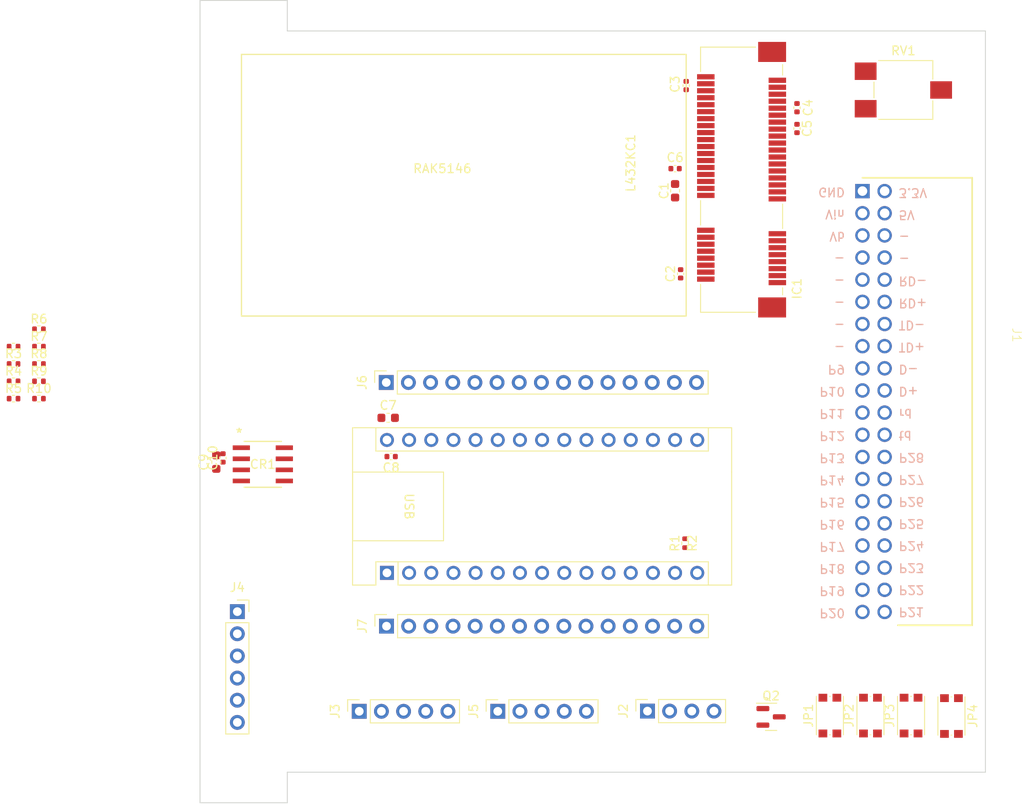
<source format=kicad_pcb>
(kicad_pcb (version 20221018) (generator pcbnew)
  (layers (0 "F.Cu" signal) (31 "B.Cu" signal) (34 "B.Paste" user) (35 "F.Paste" user) (36 "B.SilkS" user "B.Silkscreen") (37 "F.SilkS" user "F.Silkscreen") (38 "B.Mask" user) (39 "F.Mask" user) (44 "Edge.Cuts" user))
  (net 0 "")
  (net 1 "+3V3")
  (net 2 "GND")
  (net 3 "/Vin")
  (net 7 "Net-(IC1-1.5V_2-Pad6)")
  (net 13 "Net-(IC1-REFCLK+)")
  (net 17 "Net-(IC1-RESERVED)")
  (net 19 "Net-(IC1-~{PERST})")
  (net 20 "Net-(IC1-PERn0)")
  (net 21 "/STANDBY_GPS")
  (net 22 "Net-(IC1-1.5V_2-Pad28)")
  (net 23 "Net-(IC1-SMB_SCL)")
  (net 24 "/UART_TX_GPS")
  (net 25 "Net-(IC1-SMB_SDA)")
  (net 26 "/UART_RX_GPS")
  (net 27 "/USB_DM")
  (net 28 "/USB_DP")
  (net 31 "/HOST_SCK")
  (net 33 "/HOST_MISO")
  (net 35 "/HOST_MOSI")
  (net 36 "/HOST_CSN")
  (net 39 "/PWM_ROUE{slash}MAG-X")
  (net 41 "/SENS_ROUE{slash}MAG-X")
  (net 42 "/PWM_MAG-Y")
  (net 44 "/SENS_MAG-Y")
  (net 50 "/RX_CALC")
  (net 52 "/TX_CALC")
  (net 59 "/SDA")
  (net 61 "/SCL")
  (net 63 "/RESET_SIGNAL")
  (net 74 "/T_PULSE_GPS")
  (net 75 "/I2C_SCL")
  (net 76 "/I2C_SDA")
  (net 77 "/MCU_NRESET")
  (net 78 "/L432KC_RESET")
  (net 79 "/CAN1_TX")
  (net 80 "/SX1303_GPIO_8")
  (net 83 "/CAN1_RX")
  (net 85 "/C_LOW")
  (net 86 "/C_HIGH")
  (net 87 "Net-(CR1-ASC)")
  (net 88 "Net-(J6-Pin_4)")
  (net 89 "Net-(Q2-B)")
  (net 90 "/GPIO(6)")
  (net 91 "Net-(J6-Pin_10)")
  (net 92 "Net-(J6-Pin_13)")
  (net 93 "Net-(J6-Pin_14)")
  (footprint "Capacitor_SMD:C_0402_1005Metric" (layer "F.Cu") (at 132.16 55.35 90)
    (fp_text reference "C4" (at 0 1.27 90) (layer "F.SilkS"))
    (fp_text value "100n")
    (pad "1" smd roundrect (at -0.48 0 90) (size 0.56 0.62) (layers "F.Cu" "F.Paste" "F.Mask") (net 1 "+3V3"))
    (pad "2" smd roundrect (at 0.48 0 90) (size 0.56 0.62) (layers "F.Cu" "F.Paste" "F.Mask") (net 2 "GND"))
  )
  (footprint "Connector_PCBEdge:BUS_PCI_Express_Mini" (layer "F.Cu") (at 125.81 63.605 90)
    (fp_text reference "IC1" (at -12.5 6.35 90) (layer "F.SilkS"))
    (fp_text value "PCI_EXPRESS_CARD")
    (pad "" np_thru_hole circle (at -12.5 0 90) (size 1.6 1.6) (drill 1.6) (layers "*.Cu" "*.Mask"))
    (pad "" np_thru_hole circle (at 12.5 0 90) (size 1.1 1.1) (drill 1.1) (layers "*.Cu" "*.Mask"))
    (pad "1" smd rect (at -11.8 4.1 90) (size 0.6 2) (layers "F.Cu" "F.Paste" "F.Mask"))
    (pad "2" smd rect (at -11.4 -4.1 90) (size 0.6 2) (layers "F.Cu" "F.Paste" "F.Mask") (net 1 "+3V3"))
    (pad "3" smd rect (at -11 4.1 90) (size 0.6 2) (layers "F.Cu" "F.Paste" "F.Mask"))
    (pad "4" smd rect (at -10.6 -4.1 90) (size 0.6 2) (layers "F.Cu" "F.Paste" "F.Mask") (net 2 "GND"))
    (pad "5" smd rect (at -10.2 4.1 90) (size 0.6 2) (layers "F.Cu" "F.Paste" "F.Mask"))
    (pad "6" smd rect (at -9.8 -4.1 90) (size 0.6 2) (layers "F.Cu" "F.Paste" "F.Mask") (net 7 "Net-(IC1-1.5V_2-Pad6)"))
    (pad "7" smd rect (at -9.4 4.1 90) (size 0.6 2) (layers "F.Cu" "F.Paste" "F.Mask"))
    (pad "8" smd rect (at -9 -4.1 90) (size 0.6 2) (layers "F.Cu" "F.Paste" "F.Mask"))
    (pad "9" smd rect (at -8.6 4.1 90) (size 0.6 2) (layers "F.Cu" "F.Paste" "F.Mask") (net 2 "GND"))
    (pad "10" smd rect (at -8.2 -4.1 90) (size 0.6 2) (layers "F.Cu" "F.Paste" "F.Mask"))
    (pad "11" smd rect (at -7.8 4.1 90) (size 0.6 2) (layers "F.Cu" "F.Paste" "F.Mask"))
    (pad "12" smd rect (at -7.4 -4.1 90) (size 0.6 2) (layers "F.Cu" "F.Paste" "F.Mask"))
    (pad "13" smd rect (at -7 4.1 90) (size 0.6 2) (layers "F.Cu" "F.Paste" "F.Mask") (net 13 "Net-(IC1-REFCLK+)"))
    (pad "14" smd rect (at -6.6 -4.1 90) (size 0.6 2) (layers "F.Cu" "F.Paste" "F.Mask"))
    (pad "15" smd rect (at -6.2 4.1 90) (size 0.6 2) (layers "F.Cu" "F.Paste" "F.Mask") (net 2 "GND"))
    (pad "16" smd rect (at -5.8 -4.1 90) (size 0.6 2) (layers "F.Cu" "F.Paste" "F.Mask"))
    (pad "17" smd rect (at -2.2 4.1 90) (size 0.6 2) (layers "F.Cu" "F.Paste" "F.Mask"))
    (pad "18" smd rect (at -1.8 -4.1 90) (size 0.6 2) (layers "F.Cu" "F.Paste" "F.Mask") (net 2 "GND"))
    (pad "19" smd rect (at -1.4 4.1 90) (size 0.6 2) (layers "F.Cu" "F.Paste" "F.Mask") (net 17 "Net-(IC1-RESERVED)"))
    (pad "20" smd rect (at -1 -4.1 90) (size 0.6 2) (layers "F.Cu" "F.Paste" "F.Mask"))
    (pad "21" smd rect (at -0.6 4.1 90) (size 0.6 2) (layers "F.Cu" "F.Paste" "F.Mask") (net 2 "GND"))
    (pad "22" smd rect (at -0.2 -4.1 90) (size 0.6 2) (layers "F.Cu" "F.Paste" "F.Mask") (net 19 "Net-(IC1-~{PERST})"))
    (pad "23" smd rect (at 0.2 4.1 90) (size 0.6 2) (layers "F.Cu" "F.Paste" "F.Mask") (net 20 "Net-(IC1-PERn0)"))
    (pad "24" smd rect (at 0.6 -4.1 90) (size 0.6 2) (layers "F.Cu" "F.Paste" "F.Mask") (net 1 "+3V3"))
    (pad "25" smd rect (at 1 4.1 90) (size 0.6 2) (layers "F.Cu" "F.Paste" "F.Mask") (net 21 "/STANDBY_GPS"))
    (pad "26" smd rect (at 1.4 -4.1 90) (size 0.6 2) (layers "F.Cu" "F.Paste" "F.Mask") (net 2 "GND"))
    (pad "27" smd rect (at 1.8 4.1 90) (size 0.6 2) (layers "F.Cu" "F.Paste" "F.Mask") (net 2 "GND"))
    (pad "28" smd rect (at 2.2 -4.1 90) (size 0.6 2) (layers "F.Cu" "F.Paste" "F.Mask") (net 22 "Net-(IC1-1.5V_2-Pad28)"))
    (pad "29" smd rect (at 2.6 4.1 90) (size 0.6 2) (layers "F.Cu" "F.Paste" "F.Mask") (net 2 "GND"))
    (pad "30" smd rect (at 3 -4.1 90) (size 0.6 2) (layers "F.Cu" "F.Paste" "F.Mask") (net 23 "Net-(IC1-SMB_SCL)"))
    (pad "31" smd rect (at 3.4 4.1 90) (size 0.6 2) (layers "F.Cu" "F.Paste" "F.Mask") (net 24 "/UART_TX_GPS"))
    (pad "32" smd rect (at 3.8 -4.1 90) (size 0.6 2) (layers "F.Cu" "F.Paste" "F.Mask") (net 25 "Net-(IC1-SMB_SDA)"))
    (pad "33" smd rect (at 4.2 4.1 90) (size 0.6 2) (layers "F.Cu" "F.Paste" "F.Mask") (net 26 "/UART_RX_GPS"))
    (pad "34" smd rect (at 4.6 -4.1 90) (size 0.6 2) (layers "F.Cu" "F.Paste" "F.Mask") (net 2 "GND"))
    (pad "35" smd rect (at 5 4.1 90) (size 0.6 2) (layers "F.Cu" "F.Paste" "F.Mask") (net 2 "GND"))
    (pad "36" smd rect (at 5.4 -4.1 90) (size 0.6 2) (layers "F.Cu" "F.Paste" "F.Mask") (net 27 "/USB_DM"))
    (pad "37" smd rect (at 5.8 4.1 90) (size 0.6 2) (layers "F.Cu" "F.Paste" "F.Mask") (net 2 "GND"))
    (pad "38" smd rect (at 6.2 -4.1 90) (size 0.6 2) (layers "F.Cu" "F.Paste" "F.Mask") (net 28 "/USB_DP"))
    (pad "39" smd rect (at 6.6 4.1 90) (size 0.6 2) (layers "F.Cu" "F.Paste" "F.Mask") (net 1 "+3V3"))
    (pad "40" smd rect (at 7 -4.1 90) (size 0.6 2) (layers "F.Cu" "F.Paste" "F.Mask") (net 2 "GND"))
    (pad "41" smd rect (at 7.4 4.1 90) (size 0.6 2) (layers "F.Cu" "F.Paste" "F.Mask") (net 1 "+3V3"))
    (pad "42" smd rect (at 7.8 -4.1 90) (size 0.6 2) (layers "F.Cu" "F.Paste" "F.Mask"))
    (pad "43" smd rect (at 8.2 4.1 90) (size 0.6 2) (layers "F.Cu" "F.Paste" "F.Mask") (net 2 "GND"))
    (pad "44" smd rect (at 8.6 -4.1 90) (size 0.6 2) (layers "F.Cu" "F.Paste" "F.Mask"))
    (pad "45" smd rect (at 9 4.1 90) (size 0.6 2) (layers "F.Cu" "F.Paste" "F.Mask") (net 31 "/HOST_SCK"))
    (pad "46" smd rect (at 9.4 -4.1 90) (size 0.6 2) (layers "F.Cu" "F.Paste" "F.Mask"))
    (pad "47" smd rect (at 9.8 4.1 90) (size 0.6 2) (layers "F.Cu" "F.Paste" "F.Mask") (net 33 "/HOST_MISO"))
    (pad "48" smd rect (at 10.2 -4.1 90) (size 0.6 2) (layers "F.Cu" "F.Paste" "F.Mask"))
    (pad "49" smd rect (at 10.6 4.1 90) (size 0.6 2) (layers "F.Cu" "F.Paste" "F.Mask") (net 35 "/HOST_MOSI"))
    (pad "50" smd rect (at 11 -4.1 90) (size 0.6 2) (layers "F.Cu" "F.Paste" "F.Mask") (net 2 "GND"))
    (pad "51" smd rect (at 11.4 4.1 90) (size 0.6 2) (layers "F.Cu" "F.Paste" "F.Mask") (net 36 "/HOST_CSN"))
    (pad "52" smd rect (at 11.8 -4.1 90) (size 0.6 2) (layers "F.Cu" "F.Paste" "F.Mask") (net 1 "+3V3"))
    (pad "MP" smd rect (at -14.65 3.5 90) (size 2.3 3.2) (layers "F.Cu" "F.Paste" "F.Mask"))
    (pad "MP" smd rect (at 14.65 3.5 90) (size 2.3 3.2) (layers "F.Cu" "F.Paste" "F.Mask"))
  )
  (footprint "Button_Switch_SMD:SW_Push_1P1T_NO_CK_KMR2" (layer "F.Cu") (at 149.86 125.105 -90)
    (fp_text reference "JP4" (at 0 -2.45 90) (layer "F.SilkS"))
    (fp_text value "Jumper_RESET_L432KC_Open")
    (pad "1" smd rect (at -2.05 -0.8 270) (size 0.9 1) (layers "F.Cu" "F.Paste" "F.Mask") (net 78 "/L432KC_RESET"))
    (pad "1" smd rect (at 2.05 -0.8 270) (size 0.9 1) (layers "F.Cu" "F.Paste" "F.Mask") (net 78 "/L432KC_RESET"))
    (pad "2" smd rect (at -2.05 0.8 270) (size 0.9 1) (layers "F.Cu" "F.Paste" "F.Mask") (net 2 "GND"))
    (pad "2" smd rect (at 2.05 0.8 270) (size 0.9 1) (layers "F.Cu" "F.Paste" "F.Mask") (net 2 "GND"))
  )
  (footprint "Capacitor_SMD:C_0603_1608Metric" (layer "F.Cu") (at 65.612 95.99 90)
    (fp_text reference "C9" (at 0 -1.43 90) (layer "F.SilkS"))
    (fp_text value "10u")
    (pad "1" smd roundrect (at -0.775 0 90) (size 0.9 0.95) (layers "F.Cu" "F.Paste" "F.Mask") (net 1 "+3V3"))
    (pad "2" smd roundrect (at 0.775 0 90) (size 0.9 0.95) (layers "F.Cu" "F.Paste" "F.Mask") (net 2 "GND"))
  )
  (footprint "Resistor_SMD:R_0402_1005Metric" (layer "F.Cu") (at 42.38 86.72)
    (fp_text reference "R4" (at 0 -1.17) (layer "F.SilkS"))
    (fp_text value "0")
    (pad "1" smd roundrect (at -0.51 0) (size 0.54 0.64) (layers "F.Cu" "F.Paste" "F.Mask") (net 7 "Net-(IC1-1.5V_2-Pad6)"))
    (pad "2" smd roundrect (at 0.51 0) (size 0.54 0.64) (layers "F.Cu" "F.Paste" "F.Mask") (net 90 "/GPIO(6)"))
  )
  (footprint "Capacitor_SMD:C_0603_1608Metric" (layer "F.Cu") (at 85.31 90.91)
    (fp_text reference "C7" (at 0 -1.43) (layer "F.SilkS"))
    (fp_text value "10u")
    (pad "1" smd roundrect (at -0.775 0) (size 0.9 0.95) (layers "F.Cu" "F.Paste" "F.Mask") (net 3 "/Vin"))
    (pad "2" smd roundrect (at 0.775 0) (size 0.9 0.95) (layers "F.Cu" "F.Paste" "F.Mask") (net 2 "GND"))
  )
  (footprint "Capacitor_SMD:C_0402_1005Metric" (layer "F.Cu") (at 132.16 57.735 -90)
    (fp_text reference "C5" (at 0 -1.16 90) (layer "F.SilkS"))
    (fp_text value "100n")
    (pad "1" smd roundrect (at -0.48 0 270) (size 0.56 0.62) (layers "F.Cu" "F.Paste" "F.Mask") (net 1 "+3V3"))
    (pad "2" smd roundrect (at 0.48 0 270) (size 0.56 0.62) (layers "F.Cu" "F.Paste" "F.Mask") (net 2 "GND"))
  )
  (footprint "Package_TO_SOT_SMD:SOT-23" (layer "F.Cu") (at 129.1905 125.2)
    (fp_text reference "Q2" (at 0 -2.4) (layer "F.SilkS"))
    (fp_text value "BC807")
    (pad "1" smd roundrect (at -0.9375 -0.95) (size 1.475 0.6) (layers "F.Cu" "F.Paste" "F.Mask") (net 89 "Net-(Q2-B)"))
    (pad "2" smd roundrect (at -0.9375 0.95) (size 1.475 0.6) (layers "F.Cu" "F.Paste" "F.Mask") (net 1 "+3V3"))
    (pad "3" smd roundrect (at 0.9375 0) (size 1.475 0.6) (layers "F.Cu" "F.Paste" "F.Mask") (net 2 "GND"))
  )
  (footprint "Connector_PinSocket_2.54mm:PinSocket_1x06_P2.54mm_Vertical" (layer "F.Cu") (at 68.025 113.135)
    (fp_text reference "J4" (at 0 -2.77) (layer "F.SilkS"))
    (fp_text value "RAK5146_SPI_groove(MCU)")
    (pad "1" thru_hole rect (at 0 0) (size 1.7 1.7) (drill 1) (layers "*.Cu" "*.Mask") (net 1 "+3V3"))
    (pad "2" thru_hole oval (at 0 2.54) (size 1.7 1.7) (drill 1) (layers "*.Cu" "*.Mask") (net 31 "/HOST_SCK"))
    (pad "3" thru_hole oval (at 0 5.08) (size 1.7 1.7) (drill 1) (layers "*.Cu" "*.Mask") (net 33 "/HOST_MISO"))
    (pad "4" thru_hole oval (at 0 7.62) (size 1.7 1.7) (drill 1) (layers "*.Cu" "*.Mask") (net 35 "/HOST_MOSI"))
    (pad "5" thru_hole oval (at 0 10.16) (size 1.7 1.7) (drill 1) (layers "*.Cu" "*.Mask") (net 36 "/HOST_CSN"))
    (pad "6" thru_hole oval (at 0 12.7) (size 1.7 1.7) (drill 1) (layers "*.Cu" "*.Mask") (net 2 "GND"))
  )
  (footprint "Capacitor_SMD:C_0402_1005Metric" (layer "F.Cu") (at 118.825 74.4 90)
    (fp_text reference "C2" (at 0 -1.16 90) (layer "F.SilkS"))
    (fp_text value "100n")
    (pad "1" smd roundrect (at -0.48 0 90) (size 0.56 0.62) (layers "F.Cu" "F.Paste" "F.Mask") (net 1 "+3V3"))
    (pad "2" smd roundrect (at 0.48 0 90) (size 0.56 0.62) (layers "F.Cu" "F.Paste" "F.Mask") (net 2 "GND"))
  )
  (footprint "Capacitor_SMD:C_0402_1005Metric" (layer "F.Cu") (at 119.46 52.81 -90)
    (fp_text reference "C3" (at -0.155 1.27 90) (layer "F.SilkS"))
    (fp_text value "100n")
    (pad "1" smd roundrect (at -0.48 0 270) (size 0.56 0.62) (layers "F.Cu" "F.Paste" "F.Mask") (net 1 "+3V3"))
    (pad "2" smd roundrect (at 0.48 0 270) (size 0.56 0.62) (layers "F.Cu" "F.Paste" "F.Mask") (net 2 "GND"))
  )
  (footprint "Button_Switch_SMD:SW_Push_1P1T_NO_CK_KMR2" (layer "F.Cu") (at 135.93 125.055 90)
    (fp_text reference "JP1" (at 0 -2.45 90) (layer "F.SilkS"))
    (fp_text value "Jumper_RESET_GPS_Open")
    (pad "1" smd rect (at -2.05 -0.8 90) (size 0.9 1) (layers "F.Cu" "F.Paste" "F.Mask") (net 77 "/MCU_NRESET"))
    (pad "1" smd rect (at 2.05 -0.8 90) (size 0.9 1) (layers "F.Cu" "F.Paste" "F.Mask") (net 77 "/MCU_NRESET"))
    (pad "2" smd rect (at -2.05 0.8 90) (size 0.9 1) (layers "F.Cu" "F.Paste" "F.Mask") (net 2 "GND"))
    (pad "2" smd rect (at 2.05 0.8 90) (size 0.9 1) (layers "F.Cu" "F.Paste" "F.Mask") (net 2 "GND"))
  )
  (footprint "Connector_PinSocket_2.54mm:PinSocket_1x15_P2.54mm_Vertical" (layer "F.Cu") (at 85.09 86.86 90)
    (fp_text reference "J6" (at 0 -2.77 90) (layer "F.SilkS"))
    (fp_text value "Conn_01x15")
    (pad "1" thru_hole rect (at 0 0 90) (size 1.7 1.7) (drill 1) (layers "*.Cu" "*.Mask") (net 3 "/Vin"))
    (pad "2" thru_hole oval (at 0 2.54 90) (size 1.7 1.7) (drill 1) (layers "*.Cu" "*.Mask") (net 2 "GND"))
    (pad "3" thru_hole oval (at 0 5.08 90) (size 1.7 1.7) (drill 1) (layers "*.Cu" "*.Mask") (net 78 "/L432KC_RESET"))
    (pad "4" thru_hole oval (at 0 7.62 90) (size 1.7 1.7) (drill 1) (layers "*.Cu" "*.Mask") (net 88 "Net-(J6-Pin_4)"))
    (pad "5" thru_hole oval (at 0 10.16 90) (size 1.7 1.7) (drill 1) (layers "*.Cu" "*.Mask") (net 86 "/C_HIGH"))
    (pad "6" thru_hole oval (at 0 12.7 90) (size 1.7 1.7) (drill 1) (layers "*.Cu" "*.Mask") (net 35 "/HOST_MOSI"))
    (pad "7" thru_hole oval (at 0 15.24 90) (size 1.7 1.7) (drill 1) (layers "*.Cu" "*.Mask") (net 33 "/HOST_MISO"))
    (pad "8" thru_hole oval (at 0 17.78 90) (size 1.7 1.7) (drill 1) (layers "*.Cu" "*.Mask") (net 63 "/RESET_SIGNAL"))
    (pad "9" thru_hole oval (at 0 20.32 90) (size 1.7 1.7) (drill 1) (layers "*.Cu" "*.Mask") (net 85 "/C_LOW"))
    (pad "10" thru_hole oval (at 0 22.86 90) (size 1.7 1.7) (drill 1) (layers "*.Cu" "*.Mask") (net 91 "Net-(J6-Pin_10)"))
    (pad "11" thru_hole oval (at 0 25.4 90) (size 1.7 1.7) (drill 1) (layers "*.Cu" "*.Mask") (net 31 "/HOST_SCK"))
    (pad "12" thru_hole oval (at 0 27.94 90) (size 1.7 1.7) (drill 1) (layers "*.Cu" "*.Mask") (net 41 "/SENS_ROUE{slash}MAG-X"))
    (pad "13" thru_hole oval (at 0 30.48 90) (size 1.7 1.7) (drill 1) (layers "*.Cu" "*.Mask") (net 92 "Net-(J6-Pin_13)"))
    (pad "14" thru_hole oval (at 0 33.02 90) (size 1.7 1.7) (drill 1) (layers "*.Cu" "*.Mask") (net 93 "Net-(J6-Pin_14)"))
    (pad "15" thru_hole oval (at 0 35.56 90) (size 1.7 1.7) (drill 1) (layers "*.Cu" "*.Mask") (net 44 "/SENS_MAG-Y"))
  )
  (footprint "Connector_PinSocket_2.54mm:PinSocket_1x15_P2.54mm_Vertical" (layer "F.Cu") (at 85.12 114.8 90)
    (fp_text reference "J7" (at 0 -2.77 90) (layer "F.SilkS"))
    (fp_text value "Conn_01x15")
    (pad "1" thru_hole rect (at 0 0 90) (size 1.7 1.7) (drill 1) (layers "*.Cu" "*.Mask") (net 61 "/SCL"))
    (pad "2" thru_hole oval (at 0 2.54 90) (size 1.7 1.7) (drill 1) (layers "*.Cu" "*.Mask") (net 59 "/SDA"))
    (pad "3" thru_hole oval (at 0 5.08 90) (size 1.7 1.7) (drill 1) (layers "*.Cu" "*.Mask") (net 78 "/L432KC_RESET"))
    (pad "4" thru_hole oval (at 0 7.62 90) (size 1.7 1.7) (drill 1) (layers "*.Cu" "*.Mask") (net 2 "GND"))
    (pad "5" thru_hole oval (at 0 10.16 90) (size 1.7 1.7) (drill 1) (layers "*.Cu" "*.Mask") (net 79 "/CAN1_TX"))
    (pad "6" thru_hole oval (at 0 12.7 90) (size 1.7 1.7) (drill 1) (layers "*.Cu" "*.Mask") (net 42 "/PWM_MAG-Y"))
    (pad "7" thru_hole oval (at 0 15.24 90) (size 1.7 1.7) (drill 1) (layers "*.Cu" "*.Mask") (net 52 "/TX_CALC"))
    (pad "8" thru_hole oval (at 0 17.78 90) (size 1.7 1.7) (drill 1) (layers "*.Cu" "*.Mask") (net 50 "/RX_CALC"))
    (pad "9" thru_hole oval (at 0 20.32 90) (size 1.7 1.7) (drill 1) (layers "*.Cu" "*.Mask") (net 80 "/SX1303_GPIO_8"))
    (pad "10" thru_hole oval (at 0 22.86 90) (size 1.7 1.7) (drill 1) (layers "*.Cu" "*.Mask"))
    (pad "11" thru_hole oval (at 0 25.4 90) (size 1.7 1.7) (drill 1) (layers "*.Cu" "*.Mask"))
    (pad "12" thru_hole oval (at 0 27.94 90) (size 1.7 1.7) (drill 1) (layers "*.Cu" "*.Mask") (net 39 "/PWM_ROUE{slash}MAG-X"))
    (pad "13" thru_hole oval (at 0 30.48 90) (size 1.7 1.7) (drill 1) (layers "*.Cu" "*.Mask") (net 83 "/CAN1_RX"))
    (pad "14" thru_hole oval (at 0 33.02 90) (size 1.7 1.7) (drill 1) (layers "*.Cu" "*.Mask") (net 77 "/MCU_NRESET"))
    (pad "15" thru_hole oval (at 0 35.56 90) (size 1.7 1.7) (drill 1) (layers "*.Cu" "*.Mask") (net 36 "/HOST_CSN"))
  )
  (footprint "Capacitor_SMD:C_0402_1005Metric" (layer "F.Cu") (at 66.374 95.51 90)
    (fp_text reference "C10" (at 0 -1.16 90) (layer "F.SilkS"))
    (fp_text value "100n")
    (pad "1" smd roundrect (at -0.48 0 90) (size 0.56 0.62) (layers "F.Cu" "F.Paste" "F.Mask") (net 1 "+3V3"))
    (pad "2" smd roundrect (at 0.48 0 90) (size 0.56 0.62) (layers "F.Cu" "F.Paste" "F.Mask") (net 2 "GND"))
  )
  (footprint "Resistor_SMD:R_0402_1005Metric" (layer "F.Cu") (at 45.29 84.73)
    (fp_text reference "R8" (at 0 -1.17) (layer "F.SilkS"))
    (fp_text value "100")
    (pad "1" smd roundrect (at -0.51 0) (size 0.54 0.64) (layers "F.Cu" "F.Paste" "F.Mask") (net 19 "Net-(IC1-~{PERST})"))
    (pad "2" smd roundrect (at 0.51 0) (size 0.54 0.64) (layers "F.Cu" "F.Paste" "F.Mask") (net 2 "GND"))
  )
  (footprint "Resistor_SMD:R_0402_1005Metric" (layer "F.Cu") (at 45.29 82.74)
    (fp_text reference "R7" (at 0 -1.17) (layer "F.SilkS"))
    (fp_text value "100")
    (pad "1" smd roundrect (at -0.51 0) (size 0.54 0.64) (layers "F.Cu" "F.Paste" "F.Mask") (net 25 "Net-(IC1-SMB_SDA)"))
    (pad "2" smd roundrect (at 0.51 0) (size 0.54 0.64) (layers "F.Cu" "F.Paste" "F.Mask") (net 76 "/I2C_SDA"))
  )
  (footprint "Connector_PinSocket_2.54mm:PinSocket_1x04_P2.54mm_Vertical" (layer "F.Cu") (at 115.025 124.54 90)
    (fp_text reference "J2" (at 0 -2.77 90) (layer "F.SilkS"))
    (fp_text value "Calculatrice_UART_groove")
    (pad "1" thru_hole rect (at 0 0 90) (size 1.7 1.7) (drill 1) (layers "*.Cu" "*.Mask") (net 1 "+3V3"))
    (pad "2" thru_hole oval (at 0 2.54 90) (size 1.7 1.7) (drill 1) (layers "*.Cu" "*.Mask") (net 50 "/RX_CALC"))
    (pad "3" thru_hole oval (at 0 5.08 90) (size 1.7 1.7) (drill 1) (layers "*.Cu" "*.Mask") (net 52 "/TX_CALC"))
    (pad "4" thru_hole oval (at 0 7.62 90) (size 1.7 1.7) (drill 1) (layers "*.Cu" "*.Mask") (net 2 "GND"))
  )
  (footprint "footprints:SO-8_STM" (layer "F.Cu") (at 70.946 96.244)
    (fp_text reference "CR1" (at 0 0 unlocked) (layer "F.SilkS"))
    (fp_text value "L9616")
    (fp_text user "*" (at -2.7178 -3.5806 unlocked) (layer "F.SilkS"))
    (fp_text user "*" (at -2.7178 -3.5806) (layer "F.SilkS"))
    (pad "1" smd rect (at -2.4638 -1.905) (size 1.969999 0.5326) (layers "F.Cu" "F.Paste" "F.Mask") (net 79 "/CAN1_TX"))
    (pad "2" smd rect (at -2.4638 -0.635) (size 1.969999 0.5326) (layers "F.Cu" "F.Paste" "F.Mask") (net 2 "GND"))
    (pad "3" smd rect (at -2.4638 0.635) (size 1.969999 0.5326) (layers "F.Cu" "F.Paste" "F.Mask") (net 1 "+3V3"))
    (pad "4" smd rect (at -2.4638 1.905) (size 1.969999 0.5326) (layers "F.Cu" "F.Paste" "F.Mask") (net 83 "/CAN1_RX"))
    (pad "5" smd rect (at 2.4638 1.905) (size 1.969999 0.5326) (layers "F.Cu" "F.Paste" "F.Mask"))
    (pad "6" smd rect (at 2.4638 0.635) (size 1.969999 0.5326) (layers "F.Cu" "F.Paste" "F.Mask") (net 85 "/C_LOW"))
    (pad "7" smd rect (at 2.4638 -0.635) (size 1.969999 0.5326) (layers "F.Cu" "F.Paste" "F.Mask") (net 86 "/C_HIGH"))
    (pad "8" smd rect (at 2.4638 -1.905) (size 1.969999 0.5326) (layers "F.Cu" "F.Paste" "F.Mask") (net 87 "Net-(CR1-ASC)"))
  )
  (footprint "Potentiometer_SMD:Potentiometer_ACP_CA6-VSMD_Vertical" (layer "F.Cu") (at 144.352 53.318)
    (fp_text reference "RV1" (at 0 -4.5) (layer "F.SilkS"))
    (fp_text value "R_Potentiometer_Trim")
    (pad "1" smd rect (at -4.325 2.15) (size 2.5 2) (layers "F.Cu" "F.Paste" "F.Mask") (net 1 "+3V3"))
    (pad "2" smd rect (at 4.325 0) (size 2.5 2) (layers "F.Cu" "F.Paste" "F.Mask") (net 87 "Net-(CR1-ASC)"))
    (pad "3" smd rect (at -4.325 -2.15) (size 2.5 2) (layers "F.Cu" "F.Paste" "F.Mask") (net 2 "GND"))
  )
  (footprint "Button_Switch_SMD:SW_Push_1P1T_NO_CK_KMR2" (layer "F.Cu") (at 145.23 125.055 90)
    (fp_text reference "JP3" (at 0 -2.45 90) (layer "F.SilkS"))
    (fp_text value "Jumper_SX1303_Reset_Open")
    (pad "1" smd rect (at -2.05 -0.8 90) (size 0.9 1) (layers "F.Cu" "F.Paste" "F.Mask") (net 2 "GND"))
    (pad "1" smd rect (at 2.05 -0.8 90) (size 0.9 1) (layers "F.Cu" "F.Paste" "F.Mask") (net 2 "GND"))
    (pad "2" smd rect (at -2.05 0.8 90) (size 0.9 1) (layers "F.Cu" "F.Paste" "F.Mask") (net 1 "+3V3"))
    (pad "2" smd rect (at 2.05 0.8 90) (size 0.9 1) (layers "F.Cu" "F.Paste" "F.Mask") (net 1 "+3V3"))
  )
  (footprint "Button_Switch_SMD:SW_Push_1P1T_NO_CK_KMR2" (layer "F.Cu") (at 140.58 125.055 90)
    (fp_text reference "JP2" (at 0 -2.45 90) (layer "F.SilkS"))
    (fp_text value "Jumper_MCU_Reset_Open")
    (pad "1" smd rect (at -2.05 -0.8 90) (size 0.9 1) (layers "F.Cu" "F.Paste" "F.Mask") (net 77 "/MCU_NRESET"))
    (pad "1" smd rect (at 2.05 -0.8 90) (size 0.9 1) (layers "F.Cu" "F.Paste" "F.Mask") (net 77 "/MCU_NRESET"))
    (pad "2" smd rect (at -2.05 0.8 90) (size 0.9 1) (layers "F.Cu" "F.Paste" "F.Mask") (net 2 "GND"))
    (pad "2" smd rect (at 2.05 0.8 90) (size 0.9 1) (layers "F.Cu" "F.Paste" "F.Mask") (net 2 "GND"))
  )
  (footprint "Resistor_SMD:R_0402_1005Metric" (layer "F.Cu") (at 45.29 88.71)
    (fp_text reference "R10" (at 0 -1.17) (layer "F.SilkS"))
    (fp_text value "100K")
    (pad "1" smd roundrect (at -0.51 0) (size 0.54 0.64) (layers "F.Cu" "F.Paste" "F.Mask") (net 2 "GND"))
    (pad "2" smd roundrect (at 0.51 0) (size 0.54 0.64) (layers "F.Cu" "F.Paste" "F.Mask") (net 2 "GND"))
  )
  (footprint "Module:Arduino_Nano" (layer "F.Cu") (at 85.17 108.69 90)
    (fp_text reference "L432KC1" (at 46.99 27.94 270) (layer "F.SilkS"))
    (fp_text value "~")
    (fp_text user "USB" (at 7.62 2.54 270 unlocked) (layer "F.SilkS"))
    (pad "1" thru_hole rect (at 0 0 90) (size 1.6 1.6) (drill 1) (layers "*.Cu" "*.Mask") (net 61 "/SCL"))
    (pad "2" thru_hole oval (at 0 2.54 90) (size 1.6 1.6) (drill 1) (layers "*.Cu" "*.Mask") (net 59 "/SDA"))
    (pad "3" thru_hole oval (at 0 5.08 90) (size 1.6 1.6) (drill 1) (layers "*.Cu" "*.Mask") (net 78 "/L432KC_RESET"))
    (pad "4" thru_hole oval (at 0 7.62 90) (size 1.6 1.6) (drill 1) (layers "*.Cu" "*.Mask") (net 2 "GND"))
    (pad "5" thru_hole oval (at 0 10.16 90) (size 1.6 1.6) (drill 1) (layers "*.Cu" "*.Mask") (net 79 "/CAN1_TX"))
    (pad "6" thru_hole oval (at 0 12.7 90) (size 1.6 1.6) (drill 1) (layers "*.Cu" "*.Mask") (net 42 "/PWM_MAG-Y"))
    (pad "7" thru_hole oval (at 0 15.24 90) (size 1.6 1.6) (drill 1) (layers "*.Cu" "*.Mask") (net 52 "/TX_CALC"))
    (pad "8" thru_hole oval (at 0 17.78 90) (size 1.6 1.6) (drill 1) (layers "*.Cu" "*.Mask") (net 50 "/RX_CALC"))
    (pad "9" thru_hole oval (at 0 20.32 90) (size 1.6 1.6) (drill 1) (layers "*.Cu" "*.Mask") (net 80 "/SX1303_GPIO_8"))
    (pad "10" thru_hole oval (at 0 22.86 90) (size 1.6 1.6) (drill 1) (layers "*.Cu" "*.Mask"))
    (pad "11" thru_hole oval (at 0 25.4 90) (size 1.6 1.6) (drill 1) (layers "*.Cu" "*.Mask"))
    (pad "12" thru_hole oval (at 0 27.94 90) (size 1.6 1.6) (drill 1) (layers "*.Cu" "*.Mask") (net 39 "/PWM_ROUE{slash}MAG-X"))
    (pad "13" thru_hole oval (at 0 30.48 90) (size 1.6 1.6) (drill 1) (layers "*.Cu" "*.Mask") (net 83 "/CAN1_RX"))
    (pad "14" thru_hole oval (at 0 33.02 90) (size 1.6 1.6) (drill 1) (layers "*.Cu" "*.Mask") (net 77 "/MCU_NRESET"))
    (pad "15" thru_hole oval (at 0 35.56 90) (size 1.6 1.6) (drill 1) (layers "*.Cu" "*.Mask") (net 36 "/HOST_CSN"))
    (pad "16" thru_hole oval (at 15.24 35.56 90) (size 1.6 1.6) (drill 1) (layers "*.Cu" "*.Mask") (net 44 "/SENS_MAG-Y"))
    (pad "17" thru_hole oval (at 15.24 33.02 90) (size 1.6 1.6) (drill 1) (layers "*.Cu" "*.Mask") (net 93 "Net-(J6-Pin_14)"))
    (pad "18" thru_hole oval (at 15.24 30.48 90) (size 1.6 1.6) (drill 1) (layers "*.Cu" "*.Mask") (net 92 "Net-(J6-Pin_13)"))
    (pad "19" thru_hole oval (at 15.24 27.94 90) (size 1.6 1.6) (drill 1) (layers "*.Cu" "*.Mask") (net 41 "/SENS_ROUE{slash}MAG-X"))
    (pad "20" thru_hole oval (at 15.24 25.4 90) (size 1.6 1.6) (drill 1) (layers "*.Cu" "*.Mask") (net 31 "/HOST_SCK"))
    (pad "21" thru_hole oval (at 15.24 22.86 90) (size 1.6 1.6) (drill 1) (layers "*.Cu" "*.Mask") (net 91 "Net-(J6-Pin_10)"))
    (pad "22" thru_hole oval (at 15.24 20.32 90) (size 1.6 1.6) (drill 1) (layers "*.Cu" "*.Mask") (net 85 "/C_LOW"))
    (pad "23" thru_hole oval (at 15.24 17.78 90) (size 1.6 1.6) (drill 1) (layers "*.Cu" "*.Mask") (net 63 "/RESET_SIGNAL"))
    (pad "24" thru_hole oval (at 15.24 15.24 90) (size 1.6 1.6) (drill 1) (layers "*.Cu" "*.Mask") (net 33 "/HOST_MISO"))
    (pad "25" thru_hole oval (at 15.24 12.7 90) (size 1.6 1.6) (drill 1) (layers "*.Cu" "*.Mask") (net 35 "/HOST_MOSI"))
    (pad "26" thru_hole oval (at 15.24 10.16 90) (size 1.6 1.6) (drill 1) (layers "*.Cu" "*.Mask") (net 86 "/C_HIGH"))
    (pad "27" thru_hole oval (at 15.24 7.62 90) (size 1.6 1.6) (drill 1) (layers "*.Cu" "*.Mask") (net 88 "Net-(J6-Pin_4)"))
    (pad "28" thru_hole oval (at 15.24 5.08 90) (size 1.6 1.6) (drill 1) (layers "*.Cu" "*.Mask") (net 78 "/L432KC_RESET"))
    (pad "29" thru_hole oval (at 15.24 2.54 90) (size 1.6 1.6) (drill 1) (layers "*.Cu" "*.Mask") (net 2 "GND"))
    (pad "30" thru_hole oval (at 15.24 0 90) (size 1.6 1.6) (drill 1) (layers "*.Cu" "*.Mask") (net 3 "/Vin"))
  )
  (footprint "Resistor_SMD:R_0402_1005Metric" (layer "F.Cu") (at 42.38 82.74)
    (fp_text reference "R2" (at 77.776 22.548307 90) (layer "F.SilkS"))
    (fp_text value "100")
    (pad "1" smd roundrect (at -0.51 0) (size 0.54 0.64) (layers "F.Cu" "F.Paste" "F.Mask") (net 74 "/T_PULSE_GPS"))
    (pad "2" smd roundrect (at 0.51 0) (size 0.54 0.64) (layers "F.Cu" "F.Paste" "F.Mask") (net 17 "Net-(IC1-RESERVED)"))
  )
  (footprint "Resistor_SMD:R_0402_1005Metric" (layer "F.Cu") (at 42.38 88.71)
    (fp_text reference "R5" (at 0 -1.17) (layer "F.SilkS"))
    (fp_text value "0")
    (pad "1" smd roundrect (at -0.51 0) (size 0.54 0.64) (layers "F.Cu" "F.Paste" "F.Mask") (net 22 "Net-(IC1-1.5V_2-Pad28)"))
    (pad "2" smd roundrect (at 0.51 0) (size 0.54 0.64) (layers "F.Cu" "F.Paste" "F.Mask") (net 80 "/SX1303_GPIO_8"))
  )
  (footprint "Capacitor_SMD:C_0402_1005Metric" (layer "F.Cu") (at 118.19 62.335 180)
    (fp_text reference "C6" (at 0 1.27) (layer "F.SilkS"))
    (fp_text value "100n")
    (pad "1" smd roundrect (at -0.48 0 180) (size 0.56 0.62) (layers "F.Cu" "F.Paste" "F.Mask") (net 1 "+3V3"))
    (pad "2" smd roundrect (at 0.48 0 180) (size 0.56 0.62) (layers "F.Cu" "F.Paste" "F.Mask") (net 2 "GND"))
  )
  (footprint "Capacitor_SMD:C_0402_1005Metric" (layer "F.Cu") (at 85.65 95.355)
    (fp_text reference "C8" (at 0 1.27) (layer "F.SilkS"))
    (fp_text value "100n")
    (pad "1" smd roundrect (at -0.48 0) (size 0.56 0.62) (layers "F.Cu" "F.Paste" "F.Mask") (net 3 "/Vin"))
    (pad "2" smd roundrect (at 0.48 0) (size 0.56 0.62) (layers "F.Cu" "F.Paste" "F.Mask") (net 2 "GND"))
  )
  (footprint "Connector_PinSocket_2.54mm:PinSocket_1x05_P2.54mm_Vertical" (layer "F.Cu") (at 81.995 124.565 90)
    (fp_text reference "J3" (at 0 -2.77 90) (layer "F.SilkS"))
    (fp_text value "RAK5146_UART_groove(GPS)")
    (pad "1" thru_hole rect (at 0 0 90) (size 1.7 1.7) (drill 1) (layers "*.Cu" "*.Mask") (net 1 "+3V3"))
    (pad "2" thru_hole oval (at 0 2.54 90) (size 1.7 1.7) (drill 1) (layers "*.Cu" "*.Mask") (net 24 "/UART_TX_GPS"))
    (pad "3" thru_hole oval (at 0 5.08 90) (size 1.7 1.7) (drill 1) (layers "*.Cu" "*.Mask") (net 26 "/UART_RX_GPS"))
    (pad "4" thru_hole oval (at 0 7.62 90) (size 1.7 1.7) (drill 1) (layers "*.Cu" "*.Mask") (net 74 "/T_PULSE_GPS"))
    (pad "5" thru_hole oval (at 0 10.16 90) (size 1.7 1.7) (drill 1) (layers "*.Cu" "*.Mask") (net 2 "GND"))
  )
  (footprint "Capacitor_SMD:C_0603_1608Metric" (layer "F.Cu") (at 118.19 64.875 -90)
    (fp_text reference "C1" (at 0 1.27 90) (layer "F.SilkS"))
    (fp_text value "10u")
    (pad "1" smd roundrect (at -0.775 0 270) (size 0.9 0.95) (layers "F.Cu" "F.Paste" "F.Mask") (net 1 "+3V3"))
    (pad "2" smd roundrect (at 0.775 0 270) (size 0.9 0.95) (layers "F.Cu" "F.Paste" "F.Mask") (net 2 "GND"))
  )
  (footprint "Resistor_SMD:R_0402_1005Metric" (layer "F.Cu") (at 119.336 105.288307 90)
    (fp_text reference "R1" (at 0 -1.17 90) (layer "F.SilkS"))
    (fp_text value "0")
    (pad "1" smd roundrect (at -0.51 0 90) (size 0.54 0.64) (layers "F.Cu" "F.Paste" "F.Mask") (net 77 "/MCU_NRESET"))
    (pad "2" smd roundrect (at 0.51 0 90) (size 0.54 0.64) (layers "F.Cu" "F.Paste" "F.Mask") (net 13 "Net-(IC1-REFCLK+)"))
  )
  (footprint "Resistor_SMD:R_0402_1005Metric" (layer "F.Cu") (at 45.29 80.75)
    (fp_text reference "R6" (at 0 -1.17) (layer "F.SilkS"))
    (fp_text value "100")
    (pad "1" smd roundrect (at -0.51 0) (size 0.54 0.64) (layers "F.Cu" "F.Paste" "F.Mask") (net 23 "Net-(IC1-SMB_SCL)"))
    (pad "2" smd roundrect (at 0.51 0) (size 0.54 0.64) (layers "F.Cu" "F.Paste" "F.Mask") (net 75 "/I2C_SCL"))
  )
  (footprint "Connector_PinSocket_2.54mm:PinSocket_1x05_P2.54mm_Vertical" (layer "F.Cu") (at 97.87 124.565 90)
    (fp_text reference "J5" (at 0 -2.77 90) (layer "F.SilkS"))
    (fp_text value "RAK5146_I2C_groove(GPS)")
    (pad "1" thru_hole rect (at 0 0 90) (size 1.7 1.7) (drill 1) (layers "*.Cu" "*.Mask") (net 1 "+3V3"))
    (pad "2" thru_hole oval (at 0 2.54 90) (size 1.7 1.7) (drill 1) (layers "*.Cu" "*.Mask") (net 75 "/I2C_SCL"))
    (pad "3" thru_hole oval (at 0 5.08 90) (size 1.7 1.7) (drill 1) (layers "*.Cu" "*.Mask") (net 76 "/I2C_SDA"))
    (pad "4" thru_hole oval (at 0 7.62 90) (size 1.7 1.7) (drill 1) (layers "*.Cu" "*.Mask") (net 74 "/T_PULSE_GPS"))
    (pad "5" thru_hole oval (at 0 10.16 90) (size 1.7 1.7) (drill 1) (layers "*.Cu" "*.Mask") (net 2 "GND"))
  )
  (footprint "Resistor_SMD:R_0402_1005Metric" (layer "F.Cu") (at 45.29 86.72)
    (fp_text reference "R9" (at 0 -1.17) (layer "F.SilkS"))
    (fp_text value "1K")
    (pad "1" smd roundrect (at -0.51 0) (size 0.54 0.64) (layers "F.Cu" "F.Paste" "F.Mask") (net 89 "Net-(Q2-B)"))
    (pad "2" smd roundrect (at 0.51 0) (size 0.54 0.64) (layers "F.Cu" "F.Paste" "F.Mask") (net 77 "/MCU_NRESET"))
  )
  (footprint "Resistor_SMD:R_0402_1005Metric" (layer "F.Cu") (at 42.38 84.73)
    (fp_text reference "R3" (at 0 -1.17) (layer "F.SilkS"))
    (fp_text value "0")
    (pad "1" smd roundrect (at -0.51 0) (size 0.54 0.64) (layers "F.Cu" "F.Paste" "F.Mask") (net 77 "/MCU_NRESET"))
    (pad "2" smd roundrect (at 0.51 0) (size 0.54 0.64) (layers "F.Cu" "F.Paste" "F.Mask") (net 20 "Net-(IC1-PERn0)"))
  )
  (footprint "flatsat_conn:flatsat_conn" (layer "F.Cu") (at 152.48 89.05)
    (fp_text reference "J1" (at 4.8612 -7.621576 -90 unlocked) (layer "F.SilkS") (effects (font (thickness 0.1))))
    (fp_text value "Bus Standard")
    (fp_text user "-" (at -8.037282 -18.885903 180 unlocked) (layer "B.SilkS") (effects (justify mirror)))
    (fp_text user "Vb" (at -15.715853 -18.944849 180 unlocked) (layer "B.SilkS") (effects (justify mirror)))
    (fp_text user "P28" (at -7.203949 6.408827 180 unlocked) (layer "B.SilkS") (effects (justify mirror)))
    (fp_text user "D+" (at -7.537282 -1.179592 180 unlocked) (layer "B.SilkS") (effects (justify mirror)))
    (fp_text user "P27" (at -7.203949 8.9383 180 unlocked) (layer "B.SilkS") (effects (justify mirror)))
    (fp_text user "rd" (at -7.894425 1.349881 180 unlocked) (layer "B.SilkS") (effects (justify mirror)))
    (fp_text user "P16" (at -16.287282 14.075151 180 unlocked) (layer "B.SilkS") (effects (justify mirror)))
    (fp_text user "-" (at -15.453948 -11.324849 180 unlocked) (layer "B.SilkS") (effects (justify mirror)))
    (fp_text user "P10" (at -16.287282 -1.164849 180 unlocked) (layer "B.SilkS") (effects (justify mirror)))
    (fp_text user "-" (at -15.453948 -13.864849 180 unlocked) (layer "B.SilkS") (effects (justify mirror)))
    (fp_text user "P18" (at -16.287282 19.155151 180 unlocked) (layer "B.SilkS") (effects (justify mirror)))
    (fp_text user "P14" (at -16.287282 8.995151 180 unlocked) (layer "B.SilkS") (effects (justify mirror)))
    (fp_text user "P9" (at -15.811091 -3.704849 180 unlocked) (layer "B.SilkS") (effects (justify mirror)))
    (fp_text user "P11" (at -16.287282 1.375151 180 unlocked) (layer "B.SilkS") (effects (justify mirror)))
    (fp_text user "P20" (at -16.287282 24.235151 180 unlocked) (layer "B.SilkS") (effects (justify mirror)))
    (fp_text user "TD+" (at -7.15633 -6.238538 180 unlocked) (layer "B.SilkS") (effects (justify mirror)))
    (fp_text user "RD-" (at -7.037282 -13.826957 180 unlocked) (layer "B.SilkS") (effects (justify mirror)))
    (fp_text user "td" (at -7.918235 3.879354 180 unlocked) (layer "B.SilkS") (effects (justify mirror)))
    (fp_text user "D-" (at -7.537282 -3.709065 180 unlocked) (layer "B.SilkS") (effects (justify mirror)))
    (fp_text user "P25" (at -7.203949 13.997246 180 unlocked) (layer "B.SilkS") (effects (justify mirror)))
    (fp_text user "TD-" (at -7.15633 -8.768011 180 unlocked) (layer "B.SilkS") (effects (justify mirror)))
    (fp_text user "-" (at -15.453948 -16.404849 180 unlocked) (layer "B.SilkS") (effects (justify mirror)))
    (fp_text user "P17" (at -16.287282 16.615151 180 unlocked) (layer "B.SilkS") (effects (justify mirror)))
    (fp_text user "3.3V" (at -7.037282 -23.944849 180 unlocked) (layer "B.SilkS") (effects (justify mirror)))
    (fp_text user "P23" (at -7.203949 19.056192 180 unlocked) (layer "B.SilkS") (effects (justify mirror)))
    (fp_text user "5V" (at -7.751568 -21.415376 180 unlocked) (layer "B.SilkS") (effects (justify mirror)))
    (fp_text user "P22" (at -7.203949 21.585665 180 unlocked) (layer "B.SilkS") (effects (justify mirror)))
    (fp_text user "P21" (at -7.203949 24.115151 180 unlocked) (layer "B.SilkS") (effects (justify mirror)))
    (fp_text user "-" (at -8.037282 -16.35643 180 unlocked) (layer "B.SilkS") (effects (justify mirror)))
    (fp_text user "-" (at -15.453948 -8.784849 180 unlocked) (layer "B.SilkS") (effects (justify mirror)))
    (fp_text user "P24" (at -7.203949 16.526719 180 unlocked) (layer "B.SilkS") (effects (justify mirror)))
    (fp_text user "Vin" (at -15.953948 -21.484849 180 unlocked) (layer "B.SilkS") (effects (justify mirror)))
    (fp_text user "P26" (at -7.203949 11.467773 180 unlocked) (layer "B.SilkS") (effects (justify mirror)))
    (fp_text user "P13" (at -16.287282 6.455151 180 unlocked) (layer "B.SilkS") (effects (justify mirror)))
    (fp_text user "-" (at -15.453948 -6.244849 180 unlocked) (layer "B.SilkS") (effects (justify mirror)))
    (fp_text user "P12" (at -16.287282 3.915151 180 unlocked) (layer "B.SilkS") (effects (justify mirror)))
    (fp_text user "RD+" (at -7.037282 -11.297484 180 unlocked) (layer "B.SilkS") (effects (justify mirror)))
    (fp_text user "GND" (at -16.35871 -24.024849 180 unlocked) (layer "B.SilkS") (effects (justify mirror)))
    (fp_text user "P15" (at -16.287282 11.535151 180 unlocked) (layer "B.SilkS") (effects (justify mirror)))
    (fp_text user "P19" (at -16.287282 21.695151 180 unlocked) (layer "B.SilkS") (effects (justify mirror)))
    (pad "1" thru_hole rect (at -12.817282 -24.137349 90) (size 1.65 1.65) (drill 1.1) (layers "*.Cu" "*.Mask") (net 2 "GND"))
    (pad "2" thru_hole circle (at -10.277282 -24.137349 90) (size 1.65 1.65) (drill 1.1) (layers "*.Cu" "*.Mask") (net 1 "+3V3"))
    (pad "3" thru_hole circle (at -12.817282 -21.597349 90) (size 1.65 1.65) (drill 1.1) (layers "*.Cu" "*.Mask") (net 3 "/Vin"))
    (pad "4" thru_hole circle (at -10.277282 -21.597349 90) (size 1.65 1.65) (drill 1.1) (layers "*.Cu" "*.Mask"))
    (pad "5" thru_hole circle (at -12.817282 -19.057349 90) (size 1.65 1.65) (drill 1.1) (layers "*.Cu" "*.Mask"))
    (pad "6" thru_hole circle (at -10.277282 -19.057349 90) (size 1.65 1.65) (drill 1.1) (layers "*.Cu" "*.Mask") (net 39 "/PWM_ROUE{slash}MAG-X"))
    (pad "7" thru_hole circle (at -12.817282 -16.517349 90) (size 1.65 1.65) (drill 1.1) (layers "*.Cu" "*.Mask"))
    (pad "8" thru_hole circle (at -10.277282 -16.517349 90) (size 1.65 1.65) (drill 1.1) (layers "*.Cu" "*.Mask") (net 41 "/SENS_ROUE{slash}MAG-X"))
    (pad "9" thru_hole circle (at -12.817282 -13.977349 90) (size 1.65 1.65) (drill 1.1) (layers "*.Cu" "*.Mask") (net 42 "/PWM_MAG-Y"))
    (pad "10" thru_hole circle (at -10.277282 -13.977349 90) (size 1.65 1.65) (drill 1.1) (layers "*.Cu" "*.Mask"))
    (pad "11" thru_hole circle (at -12.817282 -11.437349 90) (size 1.65 1.65) (drill 1.1) (layers "*.Cu" "*.Mask") (net 44 "/SENS_MAG-Y"))
    (pad "12" thru_hole circle (at -10.277282 -11.437349 90) (size 1.65 1.65) (drill 1.1) (layers "*.Cu" "*.Mask"))
    (pad "13" thru_hole circle (at -12.817282 -8.897349 90) (size 1.65 1.65) (drill 1.1) (layers "*.Cu" "*.Mask"))
    (pad "14" thru_hole circle (at -10.277282 -8.897349 90) (size 1.65 1.65) (drill 1.1) (layers "*.Cu" "*.Mask"))
    (pad "15" thru_hole circle (at -12.817282 -6.357349 90) (size 1.65 1.65) (drill 1.1) (layers "*.Cu" "*.Mask"))
    (pad "16" thru_hole circle (at -10.277282 -6.357349 90) (size 1.65 1.65) (drill 1.1) (layers "*.Cu" "*.Mask"))
    (pad "17" thru_hole circle (at -12.817282 -3.817349 90) (size 1.65 1.65) (drill 1.1) (layers "*.Cu" "*.Mask") (net 50 "/RX_CALC"))
    (pad "18" thru_hole circle (at -10.277282 -3.817349 90) (size 1.65 1.65) (drill 1.1) (layers "*.Cu" "*.Mask"))
    (pad "19" thru_hole circle (at -12.817282 -1.277349 90) (size 1.65 1.65) (drill 1.1) (layers "*.Cu" "*.Mask") (net 52 "/TX_CALC"))
    (pad "20" thru_hole circle (at -10.277282 -1.277349 90) (size 1.65 1.65) (drill 1.1) (layers "*.Cu" "*.Mask"))
    (pad "21" thru_hole circle (at -12.817282 1.262651 90) (size 1.65 1.65) (drill 1.1) (layers "*.Cu" "*.Mask"))
    (pad "22" thru_hole circle (at -10.277282 1.262651 90) (size 1.65 1.65) (drill 1.1) (layers "*.Cu" "*.Mask"))
    (pad "23" thru_hole circle (at -12.817282 3.802651 90) (size 1.65 1.65) (drill 1.1) (layers "*.Cu" "*.Mask"))
    (pad "24" thru_hole circle (at -10.277282 3.802651 90) (size 1.65 1.65) (drill 1.1) (layers "*.Cu" "*.Mask"))
    (pad "25" thru_hole circle (at -12.817282 6.342651 90) (size 1.65 1.65) (drill 1.1) (layers "*.Cu" "*.Mask"))
    (pad "26" thru_hole circle (at -10.277282 6.342651 90) (size 1.65 1.65) (drill 1.1) (layers "*.Cu" "*.Mask") (net 59 "/SDA"))
    (pad "27" thru_hole circle (at -12.817282 8.882651 90) (size 1.65 1.65) (drill 1.1) (layers "*.Cu" "*.Mask"))
    (pad "28" thru_hole circle (at -10.277282 8.882651 90) (size 1.65 1.65) (drill 1.1) (layers "*.Cu" "*.Mask") (net 61 "/SCL"))
    (pad "29" thru_hole circle (at -12.817282 11.422651 90) (size 1.65 1.65) (drill 1.1) (layers "*.Cu" "*.Mask"))
    (pad "30" thru_hole circle (at -10.277282 11.422651 90) (size 1.65 1.65) (drill 1.1) (layers "*.Cu" "*.Mask") (net 63 "/RESET_SIGNAL"))
    (pad "31" thru_hole circle (at -12.817282 13.962651 90) (size 1.65 1.65) (drill 1.1) (layers "*.Cu" "*.Mask"))
    (pad "32" thru_hole circle (at -10.277282 13.962651 90) (size 1.65 1.65) (drill 1.1) (layers "*.Cu" "*.Mask"))
    (pad "33" thru_hole circle (at -12.817282 16.502651 90) (size 1.65 1.65) (drill 1.1) (layers "*.Cu" "*.Mask"))
    (pad "34" thru_hole circle (at -10.277282 16.502651 90) (size 1.65 1.65) (drill 1.1) (layers "*.Cu" "*.Mask"))
    (pad "35" thru_hole circle (at -12.817282 19.042651 90) (size 1.65 1.65) (drill 1.1) (layers "*.Cu" "*.Mask"))
    (pad "36" thru_hole circle (at -10.277282 19.042651 90) (size 1.65 1.65) (drill 1.1) (layers "*.Cu" "*.Mask"))
    (pad "37" thru_hole circle (at -12.817282 21.582651 90) (size 1.65 1.65) (drill 1.1) (layers "*.Cu" "*.Mask"))
    (pad "38" thru_hole circle (at -10.277282 21.582651 90) (size 1.65 1.65) (drill 1.1) (layers "*.Cu" "*.Mask"))
    (pad "39" thru_hole circle (at -12.817282 24.122651 90) (size 1.65 1.65) (drill 1.1) (layers "*.Cu" "*.Mask"))
    (pad "40" thru_hole circle (at -10.277282 24.122651 90) (size 1.65 1.65) (drill 1.1) (layers "*.Cu" "*.Mask"))
  )
  (gr_rect (start 68.5 49.24) (end 119.46 79.24) (stroke (width 0.15)) (fill none) (layer "F.SilkS"))
  (gr_line (start 73.75 43.05) (end 73.75 46.55) (stroke (width 0.1)) (layer "Edge.Cuts"))
  (gr_line (start 63.75 43.05) (end 73.75 43.05) (stroke (width 0.1)) (layer "Edge.Cuts"))
  (gr_line (start 73.75 131.55) (end 153.75 131.55) (stroke (width 0.1)) (layer "Edge.Cuts"))
  (gr_line (start 73.75 46.55) (end 153.75 46.55) (stroke (width 0.1)) (layer "Edge.Cuts"))
  (gr_line (start 63.75 135.05) (end 73.75 135.05) (stroke (width 0.1)) (layer "Edge.Cuts"))
  (gr_line (start 153.75 131.55) (end 153.75 46.55) (stroke (width 0.1)) (layer "Edge.Cuts"))
  (gr_line (start 63.75 135.05) (end 63.75 43.05) (stroke (width 0.1)) (layer "Edge.Cuts"))
  (gr_line (start 73.75 131.55) (end 73.75 135.05) (stroke (width 0.1)) (layer "Edge.Cuts"))
  (gr_text "RAK5146\n" (at 91.52 62.335) (layer "F.SilkS") (effects (font (size 1 1))))
)
</source>
